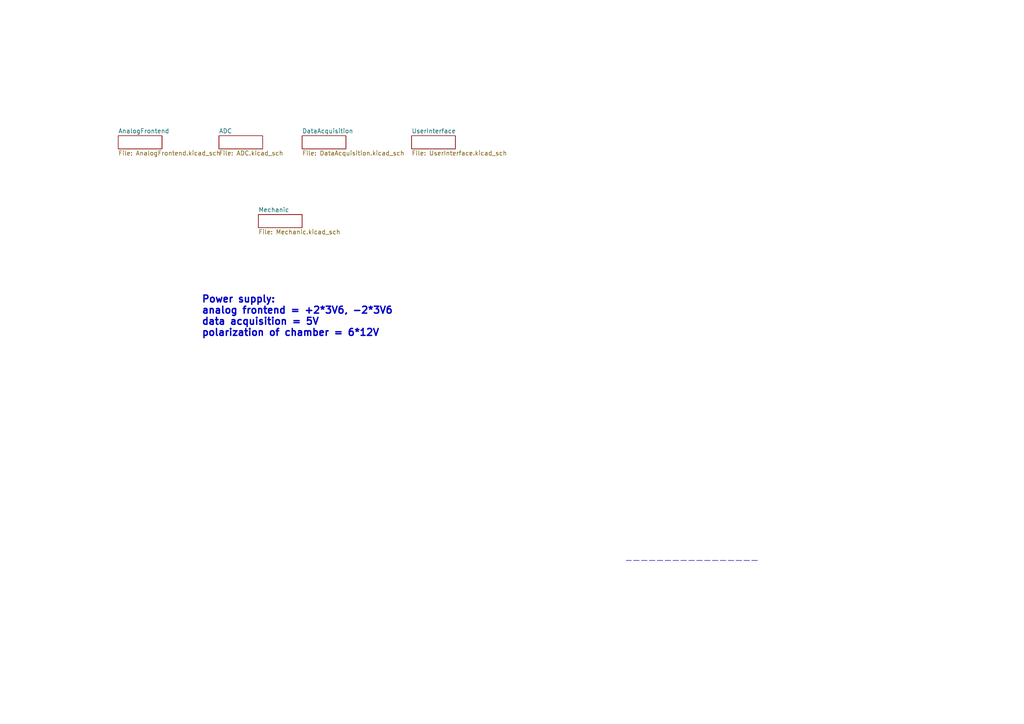
<source format=kicad_sch>
(kicad_sch (version 20210621) (generator eeschema)
  (paper "A4")
  (lib_symbols)
  (polyline (pts (xy 219.71 162.56) (xy 181.61 162.56)) (stroke (width 0) (type dash)))
  (text "Power supply:\nanalog frontend = +2*3V6, -2*3V6\ndata acquisition = 5V\npolarization of chamber = 6*12V" (at 58.42 97.79 0) (effects (font (size 2.0066 2.0066) (thickness 0.4013) bold) (justify left bottom)))
  (sheet (at 63.5 39.37) (size 12.7 3.81)
    (property "Sheet name" "ADC" (at 63.5 38.7345 0) (effects (justify left bottom)))
    (property "Sheet file" "ADC.kicad_sch" (at 63.5 43.6885 0) (effects (justify left top)))
  )
  (sheet (at 34.29 39.37) (size 12.7 3.81)
    (property "Sheet name" "AnalogFrontend" (at 34.29 38.7345 0) (effects (justify left bottom)))
    (property "Sheet file" "AnalogFrontend.kicad_sch" (at 34.29 43.6885 0) (effects (justify left top)))
  )
  (sheet (at 87.63 39.37) (size 12.7 3.81)
    (property "Sheet name" "DataAcquisition" (at 87.63 38.7345 0) (effects (justify left bottom)))
    (property "Sheet file" "DataAcquisition.kicad_sch" (at 87.63 43.6885 0) (effects (justify left top)))
  )
  (sheet (at 74.93 62.23) (size 12.7 3.81)
    (property "Sheet name" "Mechanic" (at 74.93 61.5945 0) (effects (justify left bottom)))
    (property "Sheet file" "Mechanic.kicad_sch" (at 74.93 66.5485 0) (effects (justify left top)))
  )
  (sheet (at 119.38 39.37) (size 12.7 3.81)
    (property "Sheet name" "UserInterface" (at 119.38 38.7345 0) (effects (justify left bottom)))
    (property "Sheet file" "UserInterface.kicad_sch" (at 119.38 43.6885 0) (effects (justify left top)))
  )
)
</source>
